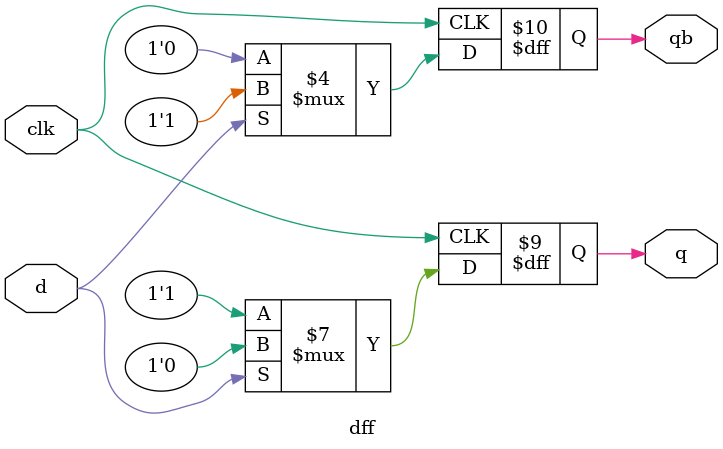
<source format=v>
module dff(d,clk,q,qb);
input d,clk;
output q,qb;
reg q,qb;
always@(posedge clk)
begin
if (d==0)
  begin
  q=1'b1;
  qb=1'b0;
end
else
begin
    q=1'b0;
    qb=1'b1;
  end
end
endmodule

</source>
